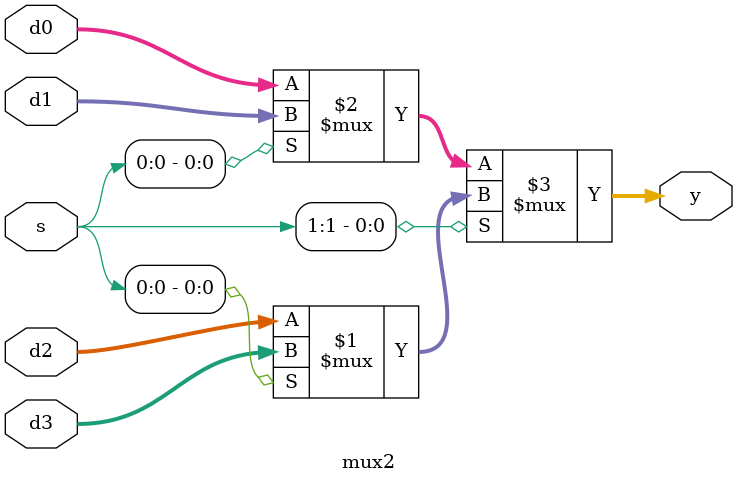
<source format=sv>
module mux2(input logic[31:0] d0, d1, d2, d3, input logic[1:0] s, output logic [31:0] y);
  assign y = s[1]? (s[0]? d3: d2) : (s[0]? d1 : d0);
endmodule
</source>
